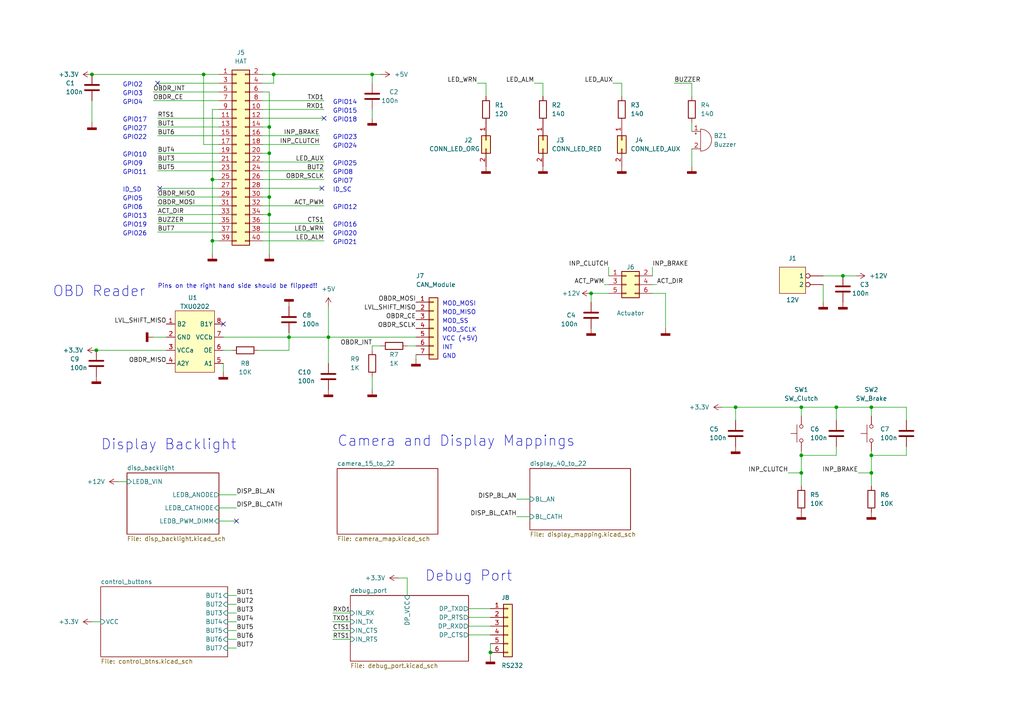
<source format=kicad_sch>
(kicad_sch (version 20230121) (generator eeschema)
  (paper "A4")
  (title_block (title "DA_Shield_Schematic") (date "2023-11-07") (company "Robert Bosch GmbH"))
  (lib_symbols
    (symbol "Connector_Generic:Conn_01x06" (pin_names (offset 1.016) hide)
      (property "Reference" "J" (at 0 7.62 0))
      (property "Value" "Conn_01x06" (at 0 -10.16 0))
      (symbol "Conn_01x06_1_1"
        (rectangle (start -1.27 -7.493) (end 0 -7.747) (stroke (width 0.1524)))
        (rectangle (start -1.27 -4.953) (end 0 -5.207) (stroke (width 0.1524)))
        (rectangle (start -1.27 -2.413) (end 0 -2.667) (stroke (width 0.1524)))
        (rectangle (start -1.27 0.127) (end 0 -0.127) (stroke (width 0.1524)))
        (rectangle (start -1.27 2.667) (end 0 2.413) (stroke (width 0.1524)))
        (rectangle (start -1.27 5.207) (end 0 4.953) (stroke (width 0.1524)))
        (rectangle (start -1.27 6.35) (end 1.27 -8.89) (stroke (width 0.254)) (fill (type background)))
        (pin passive line (at -5.08 5.08 0) (length 3.81) (name "Pin_1") (number "1"))
        (pin passive line (at -5.08 2.54 0) (length 3.81) (name "Pin_2") (number "2"))
        (pin passive line (at -5.08 0 0) (length 3.81) (name "Pin_3") (number "3"))
        (pin passive line (at -5.08 -2.54 0) (length 3.81) (name "Pin_4") (number "4"))
        (pin passive line (at -5.08 -5.08 0) (length 3.81) (name "Pin_5") (number "5"))
        (pin passive line (at -5.08 -7.62 0) (length 3.81) (name "Pin_6") (number "6"))
      )
    )
    (symbol "Connector_Generic:Conn_01x07" (pin_names (offset 1.016) hide)
      (property "Reference" "J" (at 0 10.16 0))
      (property "Value" "Conn_01x07" (at 0 -10.16 0))
      (symbol "Conn_01x07_1_1"
        (rectangle (start -1.27 -7.493) (end 0 -7.747) (stroke (width 0.1524)))
        (rectangle (start -1.27 -4.953) (end 0 -5.207) (stroke (width 0.1524)))
        (rectangle (start -1.27 -2.413) (end 0 -2.667) (stroke (width 0.1524)))
        (rectangle (start -1.27 0.127) (end 0 -0.127) (stroke (width 0.1524)))
        (rectangle (start -1.27 2.667) (end 0 2.413) (stroke (width 0.1524)))
        (rectangle (start -1.27 5.207) (end 0 4.953) (stroke (width 0.1524)))
        (rectangle (start -1.27 7.747) (end 0 7.493) (stroke (width 0.1524)))
        (rectangle (start -1.27 8.89) (end 1.27 -8.89) (stroke (width 0.254)) (fill (type background)))
        (pin passive line (at -5.08 7.62 0) (length 3.81) (name "Pin_1") (number "1"))
        (pin passive line (at -5.08 5.08 0) (length 3.81) (name "Pin_2") (number "2"))
        (pin passive line (at -5.08 2.54 0) (length 3.81) (name "Pin_3") (number "3"))
        (pin passive line (at -5.08 0 0) (length 3.81) (name "Pin_4") (number "4"))
        (pin passive line (at -5.08 -2.54 0) (length 3.81) (name "Pin_5") (number "5"))
        (pin passive line (at -5.08 -5.08 0) (length 3.81) (name "Pin_6") (number "6"))
        (pin passive line (at -5.08 -7.62 0) (length 3.81) (name "Pin_7") (number "7"))
      )
    )
    (symbol "Connector_Generic:Conn_02x01" (pin_names (offset 1.016) hide)
      (property "Reference" "J" (at 1.27 2.54 0))
      (property "Value" "Conn_02x01" (at 1.27 -2.54 0))
      (symbol "Conn_02x01_1_1"
        (rectangle (start -1.27 0.127) (end 0 -0.127) (stroke (width 0.1524)))
        (rectangle (start -1.27 1.27) (end 3.81 -1.27) (stroke (width 0.254)) (fill (type background)))
        (rectangle (start 3.81 0.127) (end 2.54 -0.127) (stroke (width 0.1524)))
        (pin passive line (at -5.08 0 0) (length 3.81) (name "Pin_1") (number "1"))
        (pin passive line (at 7.62 0 180) (length 3.81) (name "Pin_2") (number "2"))
      )
    )
    (symbol "Connector_Generic:Conn_02x03_Odd_Even" (pin_names (offset 1.016) hide)
      (property "Reference" "J" (at 1.27 5.08 0))
      (property "Value" "Conn_02x03_Odd_Even" (at 1.27 -5.08 0))
      (symbol "Conn_02x03_Odd_Even_1_1"
        (rectangle (start -1.27 -2.413) (end 0 -2.667) (stroke (width 0.1524)))
        (rectangle (start -1.27 0.127) (end 0 -0.127) (stroke (width 0.1524)))
        (rectangle (start -1.27 2.667) (end 0 2.413) (stroke (width 0.1524)))
        (rectangle (start -1.27 3.81) (end 3.81 -3.81) (stroke (width 0.254)) (fill (type background)))
        (rectangle (start 3.81 -2.413) (end 2.54 -2.667) (stroke (width 0.1524)))
        (rectangle (start 3.81 0.127) (end 2.54 -0.127) (stroke (width 0.1524)))
        (rectangle (start 3.81 2.667) (end 2.54 2.413) (stroke (width 0.1524)))
        (pin passive line (at -5.08 2.54 0) (length 3.81) (name "Pin_1") (number "1"))
        (pin passive line (at 7.62 2.54 180) (length 3.81) (name "Pin_2") (number "2"))
        (pin passive line (at -5.08 0 0) (length 3.81) (name "Pin_3") (number "3"))
        (pin passive line (at 7.62 0 180) (length 3.81) (name "Pin_4") (number "4"))
        (pin passive line (at -5.08 -2.54 0) (length 3.81) (name "Pin_5") (number "5"))
        (pin passive line (at 7.62 -2.54 180) (length 3.81) (name "Pin_6") (number "6"))
      )
    )
    (symbol "Connector_Generic:Conn_02x20_Odd_Even" (pin_names (offset 1.016) hide)
      (property "Reference" "J" (at 1.27 25.4 0))
      (property "Value" "Conn_02x20_Odd_Even" (at 1.27 -27.94 0))
      (symbol "Conn_02x20_Odd_Even_1_1"
        (rectangle (start -1.27 -25.273) (end 0 -25.527) (stroke (width 0.1524)))
        (rectangle (start -1.27 -22.733) (end 0 -22.987) (stroke (width 0.1524)))
        (rectangle (start -1.27 -20.193) (end 0 -20.447) (stroke (width 0.1524)))
        (rectangle (start -1.27 -17.653) (end 0 -17.907) (stroke (width 0.1524)))
        (rectangle (start -1.27 -15.113) (end 0 -15.367) (stroke (width 0.1524)))
        (rectangle (start -1.27 -12.573) (end 0 -12.827) (stroke (width 0.1524)))
        (rectangle (start -1.27 -10.033) (end 0 -10.287) (stroke (width 0.1524)))
        (rectangle (start -1.27 -7.493) (end 0 -7.747) (stroke (width 0.1524)))
        (rectangle (start -1.27 -4.953) (end 0 -5.207) (stroke (width 0.1524)))
        (rectangle (start -1.27 -2.413) (end 0 -2.667) (stroke (width 0.1524)))
        (rectangle (start -1.27 0.127) (end 0 -0.127) (stroke (width 0.1524)))
        (rectangle (start -1.27 2.667) (end 0 2.413) (stroke (width 0.1524)))
        (rectangle (start -1.27 5.207) (end 0 4.953) (stroke (width 0.1524)))
        (rectangle (start -1.27 7.747) (end 0 7.493) (stroke (width 0.1524)))
        (rectangle (start -1.27 10.287) (end 0 10.033) (stroke (width 0.1524)))
        (rectangle (start -1.27 12.827) (end 0 12.573) (stroke (width 0.1524)))
        (rectangle (start -1.27 15.367) (end 0 15.113) (stroke (width 0.1524)))
        (rectangle (start -1.27 17.907) (end 0 17.653) (stroke (width 0.1524)))
        (rectangle (start -1.27 20.447) (end 0 20.193) (stroke (width 0.1524)))
        (rectangle (start -1.27 22.987) (end 0 22.733) (stroke (width 0.1524)))
        (rectangle (start -1.27 24.13) (end 3.81 -26.67) (stroke (width 0.254)) (fill (type background)))
        (rectangle (start 3.81 -25.273) (end 2.54 -25.527) (stroke (width 0.1524)))
        (rectangle (start 3.81 -22.733) (end 2.54 -22.987) (stroke (width 0.1524)))
        (rectangle (start 3.81 -20.193) (end 2.54 -20.447) (stroke (width 0.1524)))
        (rectangle (start 3.81 -17.653) (end 2.54 -17.907) (stroke (width 0.1524)))
        (rectangle (start 3.81 -15.113) (end 2.54 -15.367) (stroke (width 0.1524)))
        (rectangle (start 3.81 -12.573) (end 2.54 -12.827) (stroke (width 0.1524)))
        (rectangle (start 3.81 -10.033) (end 2.54 -10.287) (stroke (width 0.1524)))
        (rectangle (start 3.81 -7.493) (end 2.54 -7.747) (stroke (width 0.1524)))
        (rectangle (start 3.81 -4.953) (end 2.54 -5.207) (stroke (width 0.1524)))
        (rectangle (start 3.81 -2.413) (end 2.54 -2.667) (stroke (width 0.1524)))
        (rectangle (start 3.81 0.127) (end 2.54 -0.127) (stroke (width 0.1524)))
        (rectangle (start 3.81 2.667) (end 2.54 2.413) (stroke (width 0.1524)))
        (rectangle (start 3.81 5.207) (end 2.54 4.953) (stroke (width 0.1524)))
        (rectangle (start 3.81 7.747) (end 2.54 7.493) (stroke (width 0.1524)))
        (rectangle (start 3.81 10.287) (end 2.54 10.033) (stroke (width 0.1524)))
        (rectangle (start 3.81 12.827) (end 2.54 12.573) (stroke (width 0.1524)))
        (rectangle (start 3.81 15.367) (end 2.54 15.113) (stroke (width 0.1524)))
        (rectangle (start 3.81 17.907) (end 2.54 17.653) (stroke (width 0.1524)))
        (rectangle (start 3.81 20.447) (end 2.54 20.193) (stroke (width 0.1524)))
        (rectangle (start 3.81 22.987) (end 2.54 22.733) (stroke (width 0.1524)))
        (pin passive line (at -5.08 22.86 0) (length 3.81) (name "Pin_1") (number "1"))
        (pin passive line (at 7.62 12.7 180) (length 3.81) (name "Pin_10") (number "10"))
        (pin passive line (at -5.08 10.16 0) (length 3.81) (name "Pin_11") (number "11"))
        (pin passive line (at 7.62 10.16 180) (length 3.81) (name "Pin_12") (number "12"))
        (pin passive line (at -5.08 7.62 0) (length 3.81) (name "Pin_13") (number "13"))
        (pin passive line (at 7.62 7.62 180) (length 3.81) (name "Pin_14") (number "14"))
        (pin passive line (at -5.08 5.08 0) (length 3.81) (name "Pin_15") (number "15"))
        (pin passive line (at 7.62 5.08 180) (length 3.81) (name "Pin_16") (number "16"))
        (pin passive line (at -5.08 2.54 0) (length 3.81) (name "Pin_17") (number "17"))
        (pin passive line (at 7.62 2.54 180) (length 3.81) (name "Pin_18") (number "18"))
        (pin passive line (at -5.08 0 0) (length 3.81) (name "Pin_19") (number "19"))
        (pin passive line (at 7.62 22.86 180) (length 3.81) (name "Pin_2") (number "2"))
        (pin passive line (at 7.62 0 180) (length 3.81) (name "Pin_20") (number "20"))
        (pin passive line (at -5.08 -2.54 0) (length 3.81) (name "Pin_21") (number "21"))
        (pin passive line (at 7.62 -2.54 180) (length 3.81) (name "Pin_22") (number "22"))
        (pin passive line (at -5.08 -5.08 0) (length 3.81) (name "Pin_23") (number "23"))
        (pin passive line (at 7.62 -5.08 180) (length 3.81) (name "Pin_24") (number "24"))
        (pin passive line (at -5.08 -7.62 0) (length 3.81) (name "Pin_25") (number "25"))
        (pin passive line (at 7.62 -7.62 180) (length 3.81) (name "Pin_26") (number "26"))
        (pin passive line (at -5.08 -10.16 0) (length 3.81) (name "Pin_27") (number "27"))
        (pin passive line (at 7.62 -10.16 180) (length 3.81) (name "Pin_28") (number "28"))
        (pin passive line (at -5.08 -12.7 0) (length 3.81) (name "Pin_29") (number "29"))
        (pin passive line (at -5.08 20.32 0) (length 3.81) (name "Pin_3") (number "3"))
        (pin passive line (at 7.62 -12.7 180) (length 3.81) (name "Pin_30") (number "30"))
        (pin passive line (at -5.08 -15.24 0) (length 3.81) (name "Pin_31") (number "31"))
        (pin passive line (at 7.62 -15.24 180) (length 3.81) (name "Pin_32") (number "32"))
        (pin passive line (at -5.08 -17.78 0) (length 3.81) (name "Pin_33") (number "33"))
        (pin passive line (at 7.62 -17.78 180) (length 3.81) (name "Pin_34") (number "34"))
        (pin passive line (at -5.08 -20.32 0) (length 3.81) (name "Pin_35") (number "35"))
        (pin passive line (at 7.62 -20.32 180) (length 3.81) (name "Pin_36") (number "36"))
        (pin passive line (at -5.08 -22.86 0) (length 3.81) (name "Pin_37") (number "37"))
        (pin passive line (at 7.62 -22.86 180) (length 3.81) (name "Pin_38") (number "38"))
        (pin passive line (at -5.08 -25.4 0) (length 3.81) (name "Pin_39") (number "39"))
        (pin passive line (at 7.62 20.32 180) (length 3.81) (name "Pin_4") (number "4"))
        (pin passive line (at 7.62 -25.4 180) (length 3.81) (name "Pin_40") (number "40"))
        (pin passive line (at -5.08 17.78 0) (length 3.81) (name "Pin_5") (number "5"))
        (pin passive line (at 7.62 17.78 180) (length 3.81) (name "Pin_6") (number "6"))
        (pin passive line (at -5.08 15.24 0) (length 3.81) (name "Pin_7") (number "7"))
        (pin passive line (at 7.62 15.24 180) (length 3.81) (name "Pin_8") (number "8"))
        (pin passive line (at -5.08 12.7 0) (length 3.81) (name "Pin_9") (number "9"))
      )
    )
    (symbol "Device:Buzzer" (pin_names (offset 0.0254) hide)
      (property "Reference" "BZ" (at 3.81 1.27 0))
      (property "Value" "Buzzer" (at 3.81 -1.27 0))
      (symbol "Buzzer_0_1"
        (arc (start 0 -3.175) (mid 3.1612 0) (end 0 3.175))
        (polyline (pts (xy -1.651 1.905) (xy -1.143 1.905)))
        (polyline (pts (xy -1.397 2.159) (xy -1.397 1.651)))
        (polyline (pts (xy 0 3.175) (xy 0 -3.175)))
      )
      (symbol "Buzzer_1_1"
        (pin passive line (at -2.54 2.54 0) (length 2.54) (name "-") (number "1"))
        (pin passive line (at -2.54 -2.54 0) (length 2.54) (name "+") (number "2"))
      )
    )
    (symbol "Device:C" (pin_numbers hide) (pin_names (offset 0.254))
      (property "Reference" "C" (at 0.635 2.54 0))
      (property "Value" "C" (at 0.635 -2.54 0))
      (symbol "C_0_1"
        (polyline (pts (xy -2.032 -0.762) (xy 2.032 -0.762)) (stroke (width 0.508)))
        (polyline (pts (xy -2.032 0.762) (xy 2.032 0.762)) (stroke (width 0.508)))
      )
      (symbol "C_1_1"
        (pin passive line (at 0 3.81 270) (length 2.794) (name "~") (number "1"))
        (pin passive line (at 0 -3.81 90) (length 2.794) (name "~") (number "2"))
      )
    )
    (symbol "Device:R" (pin_numbers hide) (pin_names (offset 0))
      (property "Reference" "R" (at 2.032 0 90))
      (property "Value" "R" (at 0 0 90))
      (symbol "R_0_1"
        (rectangle (start -1.016 -2.54) (end 1.016 2.54) (stroke (width 0.254)))
      )
      (symbol "R_1_1"
        (pin passive line (at 0 3.81 270) (length 1.27) (name "~") (number "1"))
        (pin passive line (at 0 -3.81 90) (length 1.27) (name "~") (number "2"))
      )
    )
    (symbol "Shield-altium-import:root_0_mirrored_HEADER 2"
      (symbol "root_0_mirrored_HEADER 2_1_0"
        (rectangle (start 0 0) (end -7.62 -7.62) (fill (type background)))
        (pin passive inverted (at 5.08 -2.54 180) (length 5.08) (name "1") (number "1"))
        (pin passive inverted (at 5.08 -5.08 180) (length 5.08) (name "2") (number "2"))
      )
    )
    (symbol "Switch:SW_Push" (pin_numbers hide) (pin_names (offset 1.016) hide)
      (property "Reference" "SW" (at 1.27 2.54 0))
      (property "Value" "SW_Push" (at 0 -1.524 0))
      (symbol "SW_Push_0_1"
        (circle (center -2.032 0) (radius 0.508))
        (polyline (pts (xy 0 1.27) (xy 0 3.048)))
        (polyline (pts (xy 2.54 1.27) (xy -2.54 1.27)))
        (circle (center 2.032 0) (radius 0.508))
        (pin passive line (at -5.08 0 0) (length 2.54) (name "1") (number "1"))
        (pin passive line (at 5.08 0 180) (length 2.54) (name "2") (number "2"))
      )
    )
    (symbol "power:+12V" (power) (pin_names (offset 0))
      (property "Value" "+12V" (at 0 3.556 0))
      (symbol "+12V_0_1"
        (polyline (pts (xy -0.762 1.27) (xy 0 2.54)))
        (polyline (pts (xy 0 0) (xy 0 2.54)))
        (polyline (pts (xy 0 2.54) (xy 0.762 1.27)))
      )
      (symbol "+12V_1_1"
        (pin power_in line (at 0 0 90) (length 0) hide (name "+12V") (number "1"))
      )
    )
    (symbol "power:+3.3V" (power) (pin_names (offset 0))
      (property "Value" "+3.3V" (at 0 3.556 0))
      (symbol "+3.3V_0_1"
        (polyline (pts (xy -0.762 1.27) (xy 0 2.54)))
        (polyline (pts (xy 0 0) (xy 0 2.54)))
        (polyline (pts (xy 0 2.54) (xy 0.762 1.27)))
      )
      (symbol "+3.3V_1_1"
        (pin power_in line (at 0 0 90) (length 0) hide (name "+3.3V") (number "1"))
      )
    )
    (symbol "power:+5V" (power) (pin_names (offset 0))
      (property "Value" "+5V" (at 0 3.556 0))
      (symbol "+5V_0_1"
        (polyline (pts (xy -0.762 1.27) (xy 0 2.54)))
        (polyline (pts (xy 0 0) (xy 0 2.54)))
        (polyline (pts (xy 0 2.54) (xy 0.762 1.27)))
      )
      (symbol "+5V_1_1"
        (pin power_in line (at 0 0 90) (length 0) hide (name "+5V") (number "1"))
      )
    )
    (symbol "power:GNDD" (power) (pin_names (offset 0))
      (property "Value" "GNDD" (at 0 -3.175 0))
      (symbol "GNDD_0_1"
        (rectangle (start -1.27 -1.524) (end 1.27 -2.032) (stroke (width 0.254)) (fill (type outline)))
        (polyline (pts (xy 0 0) (xy 0 -1.524)))
      )
      (symbol "GNDD_1_1"
        (pin power_in line (at 0 0 270) (length 0) hide (name "GNDD") (number "1"))
      )
    )
    (symbol "txu0202:TXU0202"
      (property "Reference" "U1" (at 3.81 5.08 0))
      (property "Value" "TXU0202" (at 4.445 2.54 0))
      (symbol "TXU0202_1_1"
        (rectangle (start -1.27 1.27) (end 10.16 -16.51) (fill (type background)))
        (pin input line (at -3.81 -2.54 0) (length 2.54) (name "B2") (number "1"))
        (pin input line (at -3.81 -6.35 0) (length 2.54) (name "GND") (number "2"))
        (pin input line (at -3.81 -10.16 0) (length 2.54) (name "VCCa") (number "3"))
        (pin output line (at -3.81 -13.97 0) (length 2.54) (name "A2Y") (number "4"))
        (pin input line (at 12.7 -13.97 180) (length 2.54) (name "A1") (number "5"))
        (pin input line (at 12.7 -10.16 180) (length 2.54) (name "OE") (number "6"))
        (pin input line (at 12.7 -6.35 180) (length 2.54) (name "VCCb") (number "7"))
        (pin output line (at 12.7 -2.54 180) (length 2.54) (name "B1Y") (number "8"))
      )
    )
  )
  (junction (at 78.105 62.23))
  (junction (at 252.73 118.11))
  (junction (at 232.41 118.11))
  (junction (at 27.94 101.6))
  (junction (at 242.57 118.11))
  (junction (at 107.95 21.59))
  (junction (at 78.105 57.15))
  (junction (at 78.105 44.45))
  (junction (at 83.82 97.79))
  (junction (at 232.41 137.16))
  (junction (at 252.73 137.16))
  (junction (at 244.475 80.01))
  (junction (at 78.105 36.83))
  (junction (at 61.595 69.85))
  (junction (at 79.375 21.59))
  (junction (at 171.45 85.09))
  (junction (at 59.055 21.59))
  (junction (at 232.41 132.08))
  (junction (at 252.73 132.08))
  (junction (at 142.24 189.23))
  (junction (at 95.25 97.79))
  (junction (at 61.595 52.07))
  (junction (at 213.36 118.11))
  (junction (at 26.67 21.59))
  (no_connect (at 68.58 151.13))
  (no_connect (at 93.98 34.29))
  (no_connect (at 64.77 93.98))
  (no_connect (at 45.72 24.13))
  (no_connect (at 46.355 54.61))
  (no_connect (at 93.345 54.61))
  (wire (pts (xy 59.055 21.59) (xy 59.055 41.91)))
  (wire (pts (xy 66.04 185.42) (xy 68.58 185.42)))
  (wire (pts (xy 76.2 46.99) (xy 93.98 46.99)))
  (wire (pts (xy 232.41 132.08) (xy 232.41 130.81)))
  (wire (pts (xy 26.67 180.34) (xy 29.21 180.34)))
  (wire (pts (xy 232.41 140.97) (xy 232.41 137.16)))
  (wire (pts (xy 252.73 140.97) (xy 252.73 137.16)))
  (wire (pts (xy 238.76 82.55) (xy 238.76 87.63)))
  (wire (pts (xy 252.73 120.65) (xy 252.73 118.11)))
  (wire (pts (xy 68.58 151.13) (xy 63.5 151.13)))
  (wire (pts (xy 142.24 189.23) (xy 142.24 186.69)))
  (wire (pts (xy 45.72 44.45) (xy 63.5 44.45)))
  (wire (pts (xy 78.105 44.45) (xy 78.105 57.15)))
  (wire (pts (xy 76.2 52.07) (xy 93.98 52.07)))
  (wire (pts (xy 44.45 97.79) (xy 48.26 97.79)))
  (wire (pts (xy 44.45 26.67) (xy 63.5 26.67)))
  (wire (pts (xy 107.95 101.6) (xy 107.95 100.33)))
  (wire (pts (xy 228.6 137.16) (xy 232.41 137.16)))
  (wire (pts (xy 138.43 24.13) (xy 140.97 24.13)))
  (wire (pts (xy 175.26 82.55) (xy 176.53 82.55)))
  (wire (pts (xy 76.2 31.75) (xy 93.98 31.75)))
  (wire (pts (xy 107.95 34.29) (xy 107.95 31.75)))
  (wire (pts (xy 83.82 96.52) (xy 83.82 97.79)))
  (wire (pts (xy 96.52 177.8) (xy 101.6 177.8)))
  (wire (pts (xy 242.57 118.11) (xy 242.57 121.92)))
  (wire (pts (xy 78.105 62.23) (xy 78.105 73.66)))
  (wire (pts (xy 45.72 62.23) (xy 63.5 62.23)))
  (wire (pts (xy 76.2 24.13) (xy 79.375 24.13)))
  (wire (pts (xy 171.45 85.09) (xy 171.45 87.63)))
  (wire (pts (xy 66.04 187.96) (xy 68.58 187.96)))
  (wire (pts (xy 76.2 69.85) (xy 93.98 69.85)))
  (wire (pts (xy 45.72 59.69) (xy 63.5 59.69)))
  (wire (pts (xy 242.57 118.11) (xy 252.73 118.11)))
  (wire (pts (xy 78.105 36.83) (xy 78.105 44.45)))
  (wire (pts (xy 76.2 64.77) (xy 93.98 64.77)))
  (wire (pts (xy 189.23 77.47) (xy 189.23 80.01)))
  (wire (pts (xy 135.89 179.07) (xy 142.24 179.07)))
  (wire (pts (xy 74.93 101.6) (xy 83.82 101.6)))
  (wire (pts (xy 135.89 181.61) (xy 142.24 181.61)))
  (wire (pts (xy 76.2 49.53) (xy 93.98 49.53)))
  (wire (pts (xy 200.66 24.13) (xy 200.66 27.94)))
  (wire (pts (xy 262.89 132.08) (xy 252.73 132.08)))
  (wire (pts (xy 83.82 97.79) (xy 95.25 97.79)))
  (wire (pts (xy 63.5 143.51) (xy 68.58 143.51)))
  (wire (pts (xy 26.67 29.21) (xy 26.67 35.56)))
  (wire (pts (xy 45.72 36.83) (xy 63.5 36.83)))
  (wire (pts (xy 76.2 59.69) (xy 93.98 59.69)))
  (wire (pts (xy 157.48 24.13) (xy 157.48 27.94)))
  (wire (pts (xy 189.23 85.09) (xy 193.04 85.09)))
  (wire (pts (xy 66.04 182.88) (xy 68.58 182.88)))
  (wire (pts (xy 63.5 41.91) (xy 59.055 41.91)))
  (wire (pts (xy 45.72 39.37) (xy 63.5 39.37)))
  (wire (pts (xy 213.36 118.11) (xy 213.36 121.92)))
  (wire (pts (xy 59.055 21.59) (xy 63.5 21.59)))
  (wire (pts (xy 95.25 97.79) (xy 120.65 97.79)))
  (wire (pts (xy 252.73 132.08) (xy 252.73 130.81)))
  (wire (pts (xy 79.375 21.59) (xy 76.2 21.59)))
  (wire (pts (xy 262.89 118.11) (xy 252.73 118.11)))
  (wire (pts (xy 66.04 172.72) (xy 68.58 172.72)))
  (wire (pts (xy 79.375 21.59) (xy 107.95 21.59)))
  (wire (pts (xy 26.67 21.59) (xy 59.055 21.59)))
  (wire (pts (xy 61.595 52.07) (xy 61.595 69.85)))
  (wire (pts (xy 96.52 185.42) (xy 101.6 185.42)))
  (wire (pts (xy 45.72 57.15) (xy 63.5 57.15)))
  (wire (pts (xy 118.11 167.64) (xy 118.11 172.72)))
  (wire (pts (xy 107.95 113.03) (xy 107.95 109.22)))
  (wire (pts (xy 189.23 82.55) (xy 190.5 82.55)))
  (wire (pts (xy 66.04 175.26) (xy 68.58 175.26)))
  (wire (pts (xy 64.77 107.95) (xy 64.77 105.41)))
  (wire (pts (xy 76.2 36.83) (xy 78.105 36.83)))
  (wire (pts (xy 45.72 49.53) (xy 63.5 49.53)))
  (wire (pts (xy 209.55 118.11) (xy 213.36 118.11)))
  (wire (pts (xy 78.105 62.23) (xy 76.2 62.23)))
  (wire (pts (xy 76.2 29.21) (xy 93.98 29.21)))
  (wire (pts (xy 44.45 29.21) (xy 63.5 29.21)))
  (wire (pts (xy 118.11 167.64) (xy 115.57 167.64)))
  (wire (pts (xy 135.89 184.15) (xy 142.24 184.15)))
  (wire (pts (xy 244.475 80.01) (xy 248.285 80.01)))
  (wire (pts (xy 45.72 34.29) (xy 63.5 34.29)))
  (wire (pts (xy 61.595 52.07) (xy 63.5 52.07)))
  (wire (pts (xy 213.36 118.11) (xy 232.41 118.11)))
  (wire (pts (xy 45.72 67.31) (xy 63.5 67.31)))
  (wire (pts (xy 95.25 88.9) (xy 95.25 97.79)))
  (wire (pts (xy 79.375 21.59) (xy 79.375 24.13)))
  (wire (pts (xy 149.86 144.78) (xy 153.67 144.78)))
  (wire (pts (xy 76.2 57.15) (xy 78.105 57.15)))
  (wire (pts (xy 61.595 31.75) (xy 61.595 52.07)))
  (wire (pts (xy 242.57 132.08) (xy 232.41 132.08)))
  (wire (pts (xy 67.31 101.6) (xy 64.77 101.6)))
  (wire (pts (xy 45.72 64.77) (xy 63.5 64.77)))
  (wire (pts (xy 154.94 24.13) (xy 157.48 24.13)))
  (wire (pts (xy 76.2 34.29) (xy 93.98 34.29)))
  (wire (pts (xy 262.89 121.92) (xy 262.89 118.11)))
  (wire (pts (xy 95.25 105.41) (xy 95.25 97.79)))
  (wire (pts (xy 101.6 182.88) (xy 96.52 182.88)))
  (wire (pts (xy 140.97 24.13) (xy 140.97 27.94)))
  (wire (pts (xy 149.86 149.86) (xy 153.67 149.86)))
  (wire (pts (xy 63.5 31.75) (xy 61.595 31.75)))
  (wire (pts (xy 193.04 85.09) (xy 193.04 95.25)))
  (wire (pts (xy 78.105 26.67) (xy 78.105 36.83)))
  (wire (pts (xy 46.355 54.61) (xy 63.5 54.61)))
  (wire (pts (xy 107.95 100.33) (xy 110.49 100.33)))
  (wire (pts (xy 200.66 35.56) (xy 200.66 38.1)))
  (wire (pts (xy 76.2 54.61) (xy 93.345 54.61)))
  (wire (pts (xy 232.41 118.11) (xy 242.57 118.11)))
  (wire (pts (xy 242.57 129.54) (xy 242.57 132.08)))
  (wire (pts (xy 76.2 41.91) (xy 92.71 41.91)))
  (wire (pts (xy 252.73 137.16) (xy 252.73 132.08)))
  (wire (pts (xy 96.52 180.34) (xy 101.6 180.34)))
  (wire (pts (xy 107.95 21.59) (xy 110.49 21.59)))
  (wire (pts (xy 180.34 24.13) (xy 180.34 27.94)))
  (wire (pts (xy 120.65 104.14) (xy 120.65 102.87)))
  (wire (pts (xy 83.82 101.6) (xy 83.82 97.79)))
  (wire (pts (xy 66.04 180.34) (xy 68.58 180.34)))
  (wire (pts (xy 248.92 137.16) (xy 252.73 137.16)))
  (wire (pts (xy 262.89 129.54) (xy 262.89 132.08)))
  (wire (pts (xy 176.53 77.47) (xy 176.53 80.01)))
  (wire (pts (xy 200.66 43.18) (xy 200.66 48.26)))
  (wire (pts (xy 45.72 24.13) (xy 63.5 24.13)))
  (wire (pts (xy 64.77 97.79) (xy 83.82 97.79)))
  (wire (pts (xy 76.2 67.31) (xy 93.98 67.31)))
  (wire (pts (xy 244.475 80.01) (xy 238.76 80.01)))
  (wire (pts (xy 118.11 100.33) (xy 120.65 100.33)))
  (wire (pts (xy 177.8 24.13) (xy 180.34 24.13)))
  (wire (pts (xy 66.04 177.8) (xy 68.58 177.8)))
  (wire (pts (xy 63.5 147.32) (xy 68.58 147.32)))
  (wire (pts (xy 171.45 85.09) (xy 176.53 85.09)))
  (wire (pts (xy 76.2 39.37) (xy 92.71 39.37)))
  (wire (pts (xy 232.41 137.16) (xy 232.41 132.08)))
  (wire (pts (xy 232.41 120.65) (xy 232.41 118.11)))
  (wire (pts (xy 76.2 44.45) (xy 78.105 44.45)))
  (wire (pts (xy 45.72 46.99) (xy 63.5 46.99)))
  (wire (pts (xy 78.105 57.15) (xy 78.105 62.23)))
  (wire (pts (xy 76.2 26.67) (xy 78.105 26.67)))
  (wire (pts (xy 107.95 21.59) (xy 107.95 24.13)))
  (wire (pts (xy 27.94 101.6) (xy 48.26 101.6)))
  (wire (pts (xy 61.595 69.85) (xy 63.5 69.85)))
  (wire (pts (xy 142.24 190.5) (xy 142.24 189.23)))
  (wire (pts (xy 195.58 24.13) (xy 200.66 24.13)))
  (wire (pts (xy 61.595 69.85) (xy 61.595 73.66)))
  (wire (pts (xy 135.89 176.53) (xy 142.24 176.53)))
  (wire (pts (xy 34.29 139.7) (xy 36.83 139.7)))
  (text "INT" (at 128.27 101.6 0) (effects (font (size 1.27 1.27)) (justify left bottom)))
  (text "OBD Reader" (at 15.24 86.36 0) (effects (font (size 3 3)) (justify left bottom)))
  (text "GPIO15" (at 96.52 33.02 0) (effects (font (size 1.27 1.27)) (justify left bottom)))
  (text "GPIO2" (at 35.56 25.4 0) (effects (font (size 1.27 1.27)) (justify left bottom)))
  (text "GPIO5" (at 35.56 58.42 0) (effects (font (size 1.27 1.27)) (justify left bottom)))
  (text "GPIO25" (at 96.52 48.26 0) (effects (font (size 1.27 1.27)) (justify left bottom)))
  (text "GPIO18" (at 96.52 35.56 0) (effects (font (size 1.27 1.27)) (justify left bottom)))
  (text "GPIO4" (at 35.56 30.48 0) (effects (font (size 1.27 1.27)) (justify left bottom)))
  (text "GND" (at 128.27 104.14 0) (effects (font (size 1.27 1.27)) (justify left bottom)))
  (text "GPIO11" (at 35.56 50.8 0) (effects (font (size 1.27 1.27)) (justify left bottom)))
  (text "MOD_MISO" (at 128.27 91.44 0) (effects (font (size 1.27 1.27)) (justify left bottom)))
  (text "GPIO8" (at 96.52 50.8 0) (effects (font (size 1.27 1.27)) (justify left bottom)))
  (text "GPIO10" (at 35.56 45.72 0) (effects (font (size 1.27 1.27)) (justify left bottom)))
  (text "GPIO16" (at 96.52 66.04 0) (effects (font (size 1.27 1.27)) (justify left bottom)))
  (text "GPIO7" (at 96.52 53.34 0) (effects (font (size 1.27 1.27)) (justify left bottom)))
  (text "GPIO23" (at 96.52 40.64 0) (effects (font (size 1.27 1.27)) (justify left bottom)))
  (text "GPIO22" (at 35.56 40.64 0) (effects (font (size 1.27 1.27)) (justify left bottom)))
  (text "GPIO17" (at 35.56 35.56 0) (effects (font (size 1.27 1.27)) (justify left bottom)))
  (text "MOD_SS\n" (at 128.27 93.98 0) (effects (font (size 1.27 1.27)) (justify left bottom)))
  (text "MOD_MOSI\n" (at 128.27 88.9 0) (effects (font (size 1.27 1.27)) (justify left bottom)))
  (text "GPIO14" (at 96.52 30.48 0) (effects (font (size 1.27 1.27)) (justify left bottom)))
  (text "GPIO6" (at 35.56 60.96 0) (effects (font (size 1.27 1.27)) (justify left bottom)))
  (text "GPIO19" (at 35.56 66.04 0) (effects (font (size 1.27 1.27)) (justify left bottom)))
  (text "GPIO24" (at 96.52 43.18 0) (effects (font (size 1.27 1.27)) (justify left bottom)))
  (text "Pins on the right hand side should be flipped!!" (at 45.72 83.82 0) (effects (font (size 1.27 1.27)) (justify left bottom)))
  (text "GPIO9" (at 35.56 48.26 0) (effects (font (size 1.27 1.27)) (justify left bottom)))
  (text "GPIO3" (at 35.56 27.94 0) (effects (font (size 1.27 1.27)) (justify left bottom)))
  (text "MOD_SCLK" (at 128.27 96.52 0) (effects (font (size 1.27 1.27)) (justify left bottom)))
  (text "GPIO20" (at 96.52 68.58 0) (effects (font (size 1.27 1.27)) (justify left bottom)))
  (text "GPIO21" (at 96.52 71.12 0) (effects (font (size 1.27 1.27)) (justify left bottom)))
  (text "GPIO12" (at 96.52 60.96 0) (effects (font (size 1.27 1.27)) (justify left bottom)))
  (text "GPIO26" (at 35.56 68.58 0) (effects (font (size 1.27 1.27)) (justify left bottom)))
  (text "ID_SC" (at 96.52 55.88 0) (effects (font (size 1.27 1.27)) (justify left bottom)))
  (text "GPIO27" (at 35.56 38.1 0) (effects (font (size 1.27 1.27)) (justify left bottom)))
  (text "Display Backlight" (at 29.21 130.81 0) (effects (font (size 3 3)) (justify left bottom)))
  (text "GPIO13" (at 35.56 63.5 0) (effects (font (size 1.27 1.27)) (justify left bottom)))
  (text "ID_SD" (at 35.56 55.88 0) (effects (font (size 1.27 1.27)) (justify left bottom)))
  (text "Debug Port" (at 123.19 168.91 0) (effects (font (size 3 3)) (justify left bottom)))
  (text "VCC (+5V)" (at 128.27 99.06 0) (effects (font (size 1.27 1.27)) (justify left bottom)))
  (text "Camera and Display Mappings\n\n" (at 97.79 134.62 0) (effects (font (size 3 3)) (justify left bottom)))
  (label "BUT1" (at 45.72 36.83 0))
  (label "ACT_DIR" (at 190.5 82.55 0))
  (label "INP_BRAKE" (at 189.23 77.47 0))
  (label "DISP_BL_AN" (at 149.86 144.78 180))
  (label "BUT7" (at 68.58 187.96 0))
  (label "LVL_SHIFT_MISO" (at 120.65 90.17 180))
  (label "BUZZER" (at 45.72 64.77 0))
  (label "OBDR_CE" (at 120.65 92.71 180))
  (label "BUT7" (at 45.72 67.31 0))
  (label "BUT6" (at 68.58 185.42 0))
  (label "OBDR_INT" (at 107.95 100.33 180))
  (label "BUT3" (at 45.72 46.99 0))
  (label "ACT_PWM" (at 93.98 59.69 180))
  (label "CTS1" (at 96.52 182.88 0))
  (label "LED_WRN" (at 138.43 24.13 180))
  (label "OBDR_INT" (at 44.45 26.67 0))
  (label "BUT6" (at 45.72 39.37 0))
  (label "ACT_PWM" (at 175.26 82.55 180))
  (label "INP_BRAKE" (at 248.92 137.16 180))
  (label "BUT4" (at 68.58 180.34 0))
  (label "OBDR_MISO" (at 45.72 57.15 0))
  (label "BUT2" (at 68.58 175.26 0))
  (label "INP_CLUTCH" (at 176.53 77.47 180))
  (label "BUT5" (at 45.72 49.53 0))
  (label "CTS1" (at 93.98 64.77 180))
  (label "LED_ALM" (at 93.98 69.85 180))
  (label "RXD1" (at 93.98 31.75 180))
  (label "BUT1" (at 68.58 172.72 0))
  (label "OBDR_MOSI" (at 120.65 87.63 180))
  (label "OBDR_SCLK" (at 120.65 95.25 180))
  (label "LED_AUX" (at 177.8 24.13 180))
  (label "INP_CLUTCH" (at 92.71 41.91 180))
  (label "OBDR_MISO" (at 48.26 105.41 180))
  (label "BUT2" (at 93.98 49.53 180))
  (label "TXD1" (at 96.52 180.34 0))
  (label "RTS1" (at 45.72 34.29 0))
  (label "INP_CLUTCH" (at 228.6 137.16 180))
  (label "INP_BRAKE" (at 92.71 39.37 180))
  (label "LED_WRN" (at 93.98 67.31 180))
  (label "ACT_DIR" (at 45.72 62.23 0))
  (label "BUT5" (at 68.58 182.88 0))
  (label "OBDR_SCLK" (at 93.98 52.07 180))
  (label "LED_AUX" (at 93.98 46.99 180))
  (label "DISP_BL_CATH" (at 149.86 149.86 180))
  (label "OBDR_CE" (at 44.45 29.21 0))
  (label "RTS1" (at 96.52 185.42 0))
  (label "TXD1" (at 93.98 29.21 180))
  (label "BUT4" (at 45.72 44.45 0))
  (label "BUZZER" (at 195.58 24.13 0))
  (label "DISP_BL_AN" (at 68.58 143.51 0))
  (label "OBDR_MOSI" (at 45.72 59.69 0))
  (label "DISP_BL_CATH" (at 68.58 147.32 0))
  (label "RXD1" (at 96.52 177.8 0))
  (label "BUT3" (at 68.58 177.8 0))
  (label "LVL_SHIFT_MISO" (at 48.26 93.98 180))
  (label "LED_ALM" (at 154.94 24.13 180))
  (symbol (lib_id "power:GNDD") (at 200.66 48.26 0) (unit 1)
    (property "Reference" "#PWR011" (effects hide))
    (property "Value" "GNDD" (effects hide))
  )
  (symbol (lib_id "power:+3.3V") (at 209.55 118.11 90) (unit 1)
    (property "Reference" "#PWR013" (effects hide))
    (property "Value" "+3.3V" (at 205.74 118.11 90) (effects (justify left)))
  )
  (symbol (lib_id "power:GNDD") (at 171.45 95.25 0) (mirror y) (unit 1)
    (property "Reference" "#PWR014" (effects hide))
    (property "Value" "GNDD" (effects hide))
  )
  (symbol (lib_id "power:GNDD") (at 26.67 35.56 0) (unit 1)
    (property "Reference" "#PWR04" (effects hide))
    (property "Value" "GNDD" (effects hide))
  )
  (symbol (lib_id "Device:R") (at 71.12 101.6 90) (unit 1)
    (property "Reference" "R8" (at 71.12 105.41 90))
    (property "Value" "10K" (at 71.12 107.95 90))
    (property "Footprint" "Resistor_SMD:R_0805_2012Metric" (effects hide))
  )
  (symbol (lib_id "power:+3.3V") (at 26.67 180.34 90) (mirror x) (unit 1)
    (property "Reference" "#PWR032" (effects hide))
    (property "Value" "+3.3V" (at 22.86 180.34 90) (effects (justify left)))
  )
  (symbol (lib_id "Device:C") (at 26.67 25.4 0) (unit 1)
    (property "Reference" "C1" (at 19.05 24.13 0) (effects (justify left)))
    (property "Value" "100n" (at 19.05 26.67 0) (effects (justify left)))
    (property "Footprint" "Capacitor_SMD:C_0805_2012Metric" (effects hide))
  )
  (symbol (lib_id "Connector_Generic:Conn_02x01") (at 180.34 40.64 270) (unit 1)
    (property "Reference" "J4" (at 184.15 40.64 90) (effects (justify left)))
    (property "Value" "CONN_LED_AUX" (at 182.88 43.18 90) (effects (justify left)))
    (property "Footprint" "Connector_PinHeader_2.54mm:PinHeader_2x01_P2.54mm_Horizontal" (effects hide))
  )
  (symbol (lib_id "power:+3.3V") (at 27.94 101.6 90) (unit 1)
    (property "Reference" "#PWR024" (effects hide))
    (property "Value" "+3.3V" (at 24.13 101.6 90) (effects (justify left)))
  )
  (symbol (lib_id "power:GNDD") (at 61.595 73.66 0) (mirror y) (unit 1)
    (property "Reference" "#PWR016" (effects hide))
    (property "Value" "GNDD" (effects hide))
  )
  (symbol (lib_id "Connector_Generic:Conn_01x07") (at 125.73 95.25 0) (unit 1)
    (property "Reference" "J7" (at 120.65 80.01 0) (effects (justify left)))
    (property "Value" "CAN_Module" (at 120.65 82.55 0) (effects (justify left)))
    (property "Footprint" "Connector_PinHeader_2.54mm:PinHeader_1x07_P2.54mm_Vertical" (effects hide))
  )
  (symbol (lib_id "Device:C") (at 213.36 125.73 0) (unit 1)
    (property "Reference" "C5" (at 205.74 124.46 0) (effects (justify left)))
    (property "Value" "100n" (at 205.74 127 0) (effects (justify left)))
    (property "Footprint" "Capacitor_SMD:C_0805_2012Metric" (effects hide))
  )
  (symbol (lib_id "power:GNDD") (at 193.04 95.25 0) (mirror y) (unit 1)
    (property "Reference" "#PWR015" (effects hide))
    (property "Value" "GNDD" (effects hide))
  )
  (symbol (lib_id "Device:Buzzer") (at 203.2 40.64 0) (unit 1)
    (property "Reference" "BZ1" (at 207.01 39.37 0) (effects (justify left)))
    (property "Value" "Buzzer" (at 207.01 41.91 0) (effects (justify left)))
    (property "Footprint" "Buzzer_Beeper:Buzzer_12x9.5RM7.6" (effects hide))
  )
  (symbol (lib_id "power:GNDD") (at 83.82 88.9 0) (mirror x) (unit 1)
    (property "Reference" "#PWR019" (effects hide))
    (property "Value" "GNDD" (effects hide))
  )
  (symbol (lib_id "Device:C") (at 244.475 83.82 0) (mirror y) (unit 1)
    (property "Reference" "C3" (at 252.095 82.55 0) (effects (justify left)))
    (property "Value" "100n" (at 252.095 85.09 0) (effects (justify left)))
    (property "Footprint" "Capacitor_SMD:C_0805_2012Metric" (effects hide))
  )
  (symbol (lib_id "power:+3.3V") (at 26.67 21.59 90) (unit 1)
    (property "Reference" "#PWR01" (effects hide))
    (property "Value" "+3.3V" (at 22.86 21.59 90) (effects (justify left)))
  )
  (symbol (lib_id "power:GNDD") (at 78.105 73.66 0) (unit 1)
    (property "Reference" "#PWR017" (effects hide))
    (property "Value" "GNDD" (effects hide))
  )
  (symbol (lib_id "Device:C") (at 83.82 92.71 0) (mirror x) (unit 1)
    (property "Reference" "C8" (at 87.63 91.44 0) (effects (justify left)))
    (property "Value" "100n" (at 87.63 93.98 0) (effects (justify left)))
    (property "Footprint" "Capacitor_SMD:C_0805_2012Metric" (effects hide))
  )
  (symbol (lib_id "power:+5V") (at 95.25 88.9 0) (unit 1)
    (property "Reference" "#PWR020" (effects hide))
    (property "Value" "+5V" (at 95.25 83.82 0))
  )
  (symbol (lib_id "Device:C") (at 171.45 91.44 0) (mirror y) (unit 1)
    (property "Reference" "C4" (at 167.005 91.44 0) (effects (justify left)))
    (property "Value" "100n" (at 167.64 93.98 0) (effects (justify left)))
    (property "Footprint" "Capacitor_SMD:C_0805_2012Metric" (effects hide))
  )
  (symbol (lib_id "Device:R") (at 252.73 144.78 0) (unit 1)
    (property "Reference" "R6" (at 255.27 143.51 0) (effects (justify left)))
    (property "Value" "10K" (at 255.27 146.05 0) (effects (justify left)))
    (property "Footprint" "Resistor_SMD:R_0805_2012Metric" (effects hide))
  )
  (symbol (lib_id "power:+12V") (at 171.45 85.09 90) (unit 1)
    (property "Reference" "#PWR012" (effects hide))
    (property "Value" "+12V" (at 168.275 85.09 90) (effects (justify left)))
  )
  (symbol (lib_id "power:GNDD") (at 142.24 190.5 0) (unit 1)
    (property "Reference" "#PWR033" (effects hide))
    (property "Value" "GNDD" (effects hide))
  )
  (symbol (lib_id "Switch:SW_Push") (at 252.73 125.73 90) (unit 1)
    (property "Reference" "SW2" (at 252.73 113.03 90))
    (property "Value" "SW_Brake" (at 252.73 115.57 90))
    (property "Footprint" "Connector_PinHeader_2.54mm:PinHeader_2x01_P2.54mm_Horizontal" (effects hide))
  )
  (symbol (lib_id "Connector_Generic:Conn_02x20_Odd_Even") (at 68.58 44.45 0) (unit 1)
    (property "Reference" "J5" (at 69.85 15.24 0))
    (property "Value" "HAT" (at 69.85 17.78 0))
    (property "Footprint" "Connector_PinHeader_2.54mm:PinHeader_2x20_P2.54mm_Vertical" (effects hide))
  )
  (symbol (lib_id "power:+12V") (at 34.29 139.7 90) (unit 1)
    (property "Reference" "#PWR030" (effects hide))
    (property "Value" "+12V" (at 30.48 139.7 90) (effects (justify left)))
  )
  (symbol (lib_id "Connector_Generic:Conn_01x06") (at 147.32 181.61 0) (unit 1)
    (property "Reference" "J8" (at 145.415 173.355 0) (effects (justify left)))
    (property "Value" "RS232" (at 145.415 193.04 0) (effects (justify left)))
    (property "Footprint" "Connector_PinHeader_2.54mm:PinHeader_1x06_P2.54mm_Horizontal" (effects hide))
  )
  (symbol (lib_id "Connector_Generic:Conn_02x03_Odd_Even") (at 181.61 82.55 0) (unit 1)
    (property "Reference" "J6" (at 182.88 77.47 0))
    (property "Value" "Actuator" (at 182.88 90.805 0))
    (property "Footprint" "Connector_PinHeader_2.54mm:PinHeader_2x03_P2.54mm_Vertical" (effects hide))
  )
  (symbol (lib_id "power:GNDD") (at 95.25 113.03 0) (unit 1)
    (property "Reference" "#PWR028" (effects hide))
    (property "Value" "GNDD" (effects hide))
  )
  (symbol (lib_id "Shield-altium-import:root_0_mirrored_HEADER 2") (at 233.68 77.47 0) (unit 1)
    (property "Reference" "J1" (at 229.87 74.93 0))
    (property "Value" "12V" (at 229.87 86.995 0))
    (property "Footprint" "Connector_PinHeader_2.54mm:PinHeader_1x02_P2.54mm_Horizontal" (effects hide))
  )
  (symbol (lib_id "Connector_Generic:Conn_02x01") (at 140.97 40.64 270) (unit 1)
    (property "Reference" "J2" (at 134.62 40.64 90) (effects (justify left)))
    (property "Value" "CONN_LED_ORG" (at 124.46 43.18 90) (effects (justify left)))
    (property "Footprint" "Connector_PinHeader_2.54mm:PinHeader_2x01_P2.54mm_Horizontal" (effects hide))
  )
  (symbol (lib_id "Device:R") (at 107.95 105.41 0) (unit 1)
    (property "Reference" "R9" (at 101.6 104.14 0) (effects (justify left)))
    (property "Value" "1K" (at 101.6 106.68 0) (effects (justify left)))
    (property "Footprint" "Resistor_SMD:R_0805_2012Metric" (effects hide))
  )
  (symbol (lib_id "Device:C") (at 27.94 105.41 0) (unit 1)
    (property "Reference" "C9" (at 20.32 104.14 0) (effects (justify left)))
    (property "Value" "100n" (at 20.32 106.68 0) (effects (justify left)))
    (property "Footprint" "Capacitor_SMD:C_0805_2012Metric" (effects hide))
  )
  (symbol (lib_id "txu0202:TXU0202") (at 52.07 91.44 0) (unit 1)
    (property "Reference" "U1" (at 55.88 86.36 0))
    (property "Value" "TXU0202" (at 56.515 88.9 0))
    (property "Footprint" "Package_SO:VSSOP-8_2.4x2.1mm_P0.5mm" (effects hide))
  )
  (symbol (lib_id "Device:C") (at 95.25 109.22 0) (mirror x) (unit 1)
    (property "Reference" "C10" (at 86.36 107.95 0) (effects (justify left)))
    (property "Value" "100n" (at 86.36 110.49 0) (effects (justify left)))
    (property "Footprint" "Capacitor_SMD:C_0805_2012Metric" (effects hide))
  )
  (symbol (lib_id "Device:C") (at 107.95 27.94 0) (mirror y) (unit 1)
    (property "Reference" "C2" (at 115.57 26.67 0) (effects (justify left)))
    (property "Value" "100n" (at 115.57 29.21 0) (effects (justify left)))
    (property "Footprint" "Capacitor_SMD:C_0805_2012Metric" (effects hide))
  )
  (symbol (lib_id "power:GNDD") (at 238.76 87.63 0) (mirror y) (unit 1)
    (property "Reference" "#PWR06" (effects hide))
    (property "Value" "GNDD" (effects hide))
  )
  (symbol (lib_id "power:GNDD") (at 120.65 104.14 0) (unit 1)
    (property "Reference" "#PWR025" (effects hide))
    (property "Value" "GNDD" (effects hide))
  )
  (symbol (lib_id "power:GNDD") (at 140.97 48.26 0) (unit 1)
    (property "Reference" "#PWR08" (effects hide))
    (property "Value" "GNDD" (effects hide))
  )
  (symbol (lib_id "power:+5V") (at 110.49 21.59 270) (unit 1)
    (property "Reference" "#PWR02" (effects hide))
    (property "Value" "+5V" (at 114.3 21.59 90) (effects (justify left)))
  )
  (symbol (lib_id "power:GNDD") (at 232.41 148.59 0) (unit 1)
    (property "Reference" "#PWR022" (effects hide))
    (property "Value" "GNDD" (effects hide))
  )
  (symbol (lib_id "Device:R") (at 157.48 31.75 0) (unit 1)
    (property "Reference" "R2" (at 160.02 30.48 0) (effects (justify left)))
    (property "Value" "140" (at 160.02 33.02 0) (effects (justify left)))
    (property "Footprint" "Resistor_SMD:R_0805_2012Metric" (effects hide))
  )
  (symbol (lib_id "Device:R") (at 232.41 144.78 0) (unit 1)
    (property "Reference" "R5" (at 234.95 143.51 0) (effects (justify left)))
    (property "Value" "10K" (at 234.95 146.05 0) (effects (justify left)))
    (property "Footprint" "Resistor_SMD:R_0805_2012Metric" (effects hide))
  )
  (symbol (lib_id "Device:R") (at 114.3 100.33 90) (unit 1)
    (property "Reference" "R7" (at 114.3 102.87 90))
    (property "Value" "1K" (at 114.3 105.41 90))
    (property "Footprint" "Resistor_SMD:R_0805_2012Metric" (effects hide))
  )
  (symbol (lib_id "power:GNDD") (at 252.73 148.59 0) (unit 1)
    (property "Reference" "#PWR023" (effects hide))
    (property "Value" "GNDD" (effects hide))
  )
  (symbol (lib_id "power:GNDD") (at 107.95 34.29 0) (mirror y) (unit 1)
    (property "Reference" "#PWR05" (effects hide))
    (property "Value" "GNDD" (effects hide))
  )
  (symbol (lib_id "power:GNDD") (at 157.48 48.26 0) (unit 1)
    (property "Reference" "#PWR09" (effects hide))
    (property "Value" "GNDD" (effects hide))
  )
  (symbol (lib_id "power:GNDD") (at 213.36 129.54 0) (unit 1)
    (property "Reference" "#PWR018" (effects hide))
    (property "Value" "GNDD" (effects hide))
  )
  (symbol (lib_id "Device:C") (at 242.57 125.73 0) (unit 1)
    (property "Reference" "C6" (at 234.95 124.46 0) (effects (justify left)))
    (property "Value" "100n" (at 234.95 127 0) (effects (justify left)))
    (property "Footprint" "Capacitor_SMD:C_0805_2012Metric" (effects hide))
  )
  (symbol (lib_id "power:+12V") (at 248.285 80.01 270) (unit 1)
    (property "Reference" "#PWR03" (effects hide))
    (property "Value" "+12V" (at 252.095 80.01 90) (effects (justify left)))
  )
  (symbol (lib_id "power:GNDD") (at 107.95 113.03 0) (unit 1)
    (property "Reference" "#PWR029" (effects hide))
    (property "Value" "GNDD" (effects hide))
  )
  (symbol (lib_id "Connector_Generic:Conn_02x01") (at 157.48 40.64 270) (unit 1)
    (property "Reference" "J3" (at 161.29 40.64 90) (effects (justify left)))
    (property "Value" "CONN_LED_RED" (at 160.02 43.18 90) (effects (justify left)))
    (property "Footprint" "Connector_PinHeader_2.54mm:PinHeader_2x01_P2.54mm_Horizontal" (effects hide))
  )
  (symbol (lib_id "Switch:SW_Push") (at 232.41 125.73 90) (unit 1)
    (property "Reference" "SW1" (at 232.41 113.03 90))
    (property "Value" "SW_Clutch" (at 232.41 115.57 90))
    (property "Footprint" "Connector_PinHeader_2.54mm:PinHeader_2x01_P2.54mm_Horizontal" (effects hide))
  )
  (symbol (lib_id "power:+3.3V") (at 115.57 167.64 90) (mirror x) (unit 1)
    (property "Reference" "#PWR031" (effects hide))
    (property "Value" "+3.3V" (at 111.76 167.64 90) (effects (justify left)))
  )
  (symbol (lib_id "Device:C") (at 262.89 125.73 0) (unit 1)
    (property "Reference" "C7" (at 255.27 124.46 0) (effects (justify left)))
    (property "Value" "100n" (at 255.27 127 0) (effects (justify left)))
    (property "Footprint" "Capacitor_SMD:C_0805_2012Metric" (effects hide))
  )
  (symbol (lib_id "power:GNDD") (at 64.77 107.95 0) (unit 1)
    (property "Reference" "#PWR026" (effects hide))
    (property "Value" "GNDD" (effects hide))
  )
  (symbol (lib_id "Device:R") (at 140.97 31.75 0) (unit 1)
    (property "Reference" "R1" (at 143.51 30.48 0) (effects (justify left)))
    (property "Value" "120" (at 143.51 33.02 0) (effects (justify left)))
    (property "Footprint" "Resistor_SMD:R_0805_2012Metric" (effects hide))
  )
  (symbol (lib_id "power:GNDD") (at 44.45 97.79 270) (unit 1)
    (property "Reference" "#PWR021" (effects hide))
    (property "Value" "GNDD" (effects hide))
  )
  (symbol (lib_id "Device:R") (at 200.66 31.75 0) (unit 1)
    (property "Reference" "R4" (at 203.2 30.48 0) (effects (justify left)))
    (property "Value" "140" (at 203.2 33.02 0) (effects (justify left)))
    (property "Footprint" "Resistor_SMD:R_0805_2012Metric" (effects hide))
  )
  (symbol (lib_id "power:GNDD") (at 244.475 87.63 0) (mirror y) (unit 1)
    (property "Reference" "#PWR07" (effects hide))
    (property "Value" "GNDD" (effects hide))
  )
  (symbol (lib_id "Device:R") (at 180.34 31.75 0) (unit 1)
    (property "Reference" "R3" (at 182.88 30.48 0) (effects (justify left)))
    (property "Value" "140" (at 182.88 33.02 0) (effects (justify left)))
    (property "Footprint" "Resistor_SMD:R_0805_2012Metric" (effects hide))
  )
  (symbol (lib_id "power:GNDD") (at 180.34 48.26 0) (unit 1)
    (property "Reference" "#PWR010" (effects hide))
    (property "Value" "GNDD" (effects hide))
  )
  (symbol (lib_id "power:GNDD") (at 27.94 109.22 0) (unit 1)
    (property "Reference" "#PWR027" (effects hide))
    (property "Value" "GNDD" (effects hide))
  )
  (sheet (at 97.79 135.89) (size 29.21 19.05) (stroke (width 0.1524))
    (property "Sheetname" "camera_15_to_22" (at 97.79 135.1784 0) (effects (justify left bottom)))
    (property "Sheetfile" "camera_map.kicad_sch" (at 97.79 155.5246 0) (effects (justify left top)))
  )
  (sheet (at 36.83 137.16) (size 26.67 17.78) (stroke (width 0.1524))
    (property "Sheetname" "disp_backlight" (at 36.83 136.4484 0) (effects (justify left bottom)))
    (property "Sheetfile" "disp_backlight.kicad_sch" (at 36.83 155.5246 0) (effects (justify left top)))
    (pin "LEDB_CATHODE" input (at 63.5 147.32 0))
    (pin "LEDB_VIN" input (at 36.83 139.7 180))
    (pin "LEDB_ANODE" output (at 63.5 143.51 0))
    (pin "LEDB_PWM_DIMM" input (at 63.5 151.13 0))
  )
  (sheet (at 153.67 135.89) (size 29.21 17.78) (stroke (width 0.1524))
    (property "Sheetname" "display_40_to_22" (at 153.67 135.1784 0) (effects (justify left bottom)))
    (property "Sheetfile" "display_mapping.kicad_sch" (at 153.67 154.2546 0) (effects (justify left top)))
    (pin "BL_AN" input (at 153.67 144.78 180))
    (pin "BL_CATH" input (at 153.67 149.86 180))
  )
  (sheet (at 101.6 172.72) (size 34.29 19.05) (stroke (width 0.1524))
    (property "Sheetname" "debug_port" (at 101.6 172.0084 0) (effects (justify left bottom)))
    (property "Sheetfile" "debug_port.kicad_sch" (at 101.6 192.3546 0) (effects (justify left top)))
    (pin "DP_RTS" output (at 135.89 179.07 0))
    (pin "DP_CTS" output (at 135.89 184.15 0))
    (pin "DP_TXD" output (at 135.89 176.53 0))
    (pin "DP_VCC" input (at 118.11 172.72 90))
    (pin "IN_RX" input (at 101.6 177.8 180))
    (pin "IN_RTS" input (at 101.6 185.42 180))
    (pin "IN_CTS" input (at 101.6 182.88 180))
    (pin "IN_TX" input (at 101.6 180.34 180))
    (pin "DP_RXD" output (at 135.89 181.61 0))
  )
  (sheet (at 29.21 170.18) (size 36.83 20.32) (stroke (width 0.1524))
    (property "Sheetname" "control_buttons" (at 29.21 169.4684 0) (effects (justify left bottom)))
    (property "Sheetfile" "control_btns.kicad_sch" (at 29.21 191.0846 0) (effects (justify left top)))
    (pin "BUT2" input (at 66.04 175.26 0))
    (pin "BUT1" input (at 66.04 172.72 0))
    (pin "BUT3" input (at 66.04 177.8 0))
    (pin "BUT4" input (at 66.04 180.34 0))
    (pin "BUT5" input (at 66.04 182.88 0))
    (pin "BUT7" input (at 66.04 187.96 0))
    (pin "BUT6" input (at 66.04 185.42 0))
    (pin "VCC" input (at 29.21 180.34 180))
  )
)
</source>
